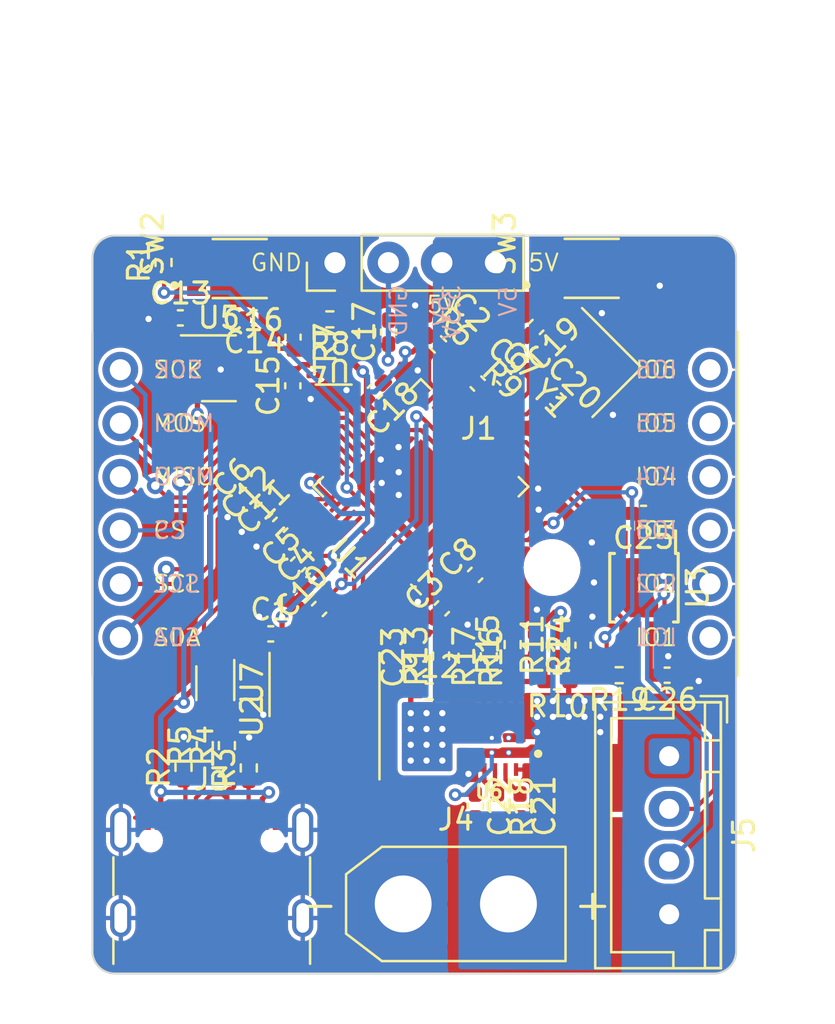
<source format=kicad_pcb>
(kicad_pcb (version 20221018) (generator pcbnew)
  (layers (0 "F.Cu" signal) (31 "B.Cu" signal) (34 "B.Paste" user) (35 "F.Paste" user) (36 "B.SilkS" user "B.Silkscreen") (37 "F.SilkS" user "F.Silkscreen") (38 "B.Mask" user) (39 "F.Mask" user) (44 "Edge.Cuts" user))
  (net 0 "")
  (net 1 "/LED_DATA")
  (net 2 "GND")
  (net 3 "+3V3")
  (net 4 "/I2C0_SCL")
  (net 5 "/I2C0_SDA")
  (net 6 "/MCU_GPIO1")
  (net 7 "/MCU_GPIO2")
  (net 8 "Net-(U1-XIN)")
  (net 9 "Net-(U1-XOUT)")
  (net 10 "+1V1")
  (net 13 "/RUN")
  (net 20 "/USB_DN")
  (net 21 "/USB_DP")
  (net 22 "/QSPI_SD3")
  (net 23 "/QSPI_SCLK")
  (net 24 "/QSPI_SD0")
  (net 25 "/QSPI_SD2")
  (net 26 "/QSPI_SD1")
  (net 27 "/QSPI_SS")
  (net 28 "VBUS")
  (net 30 "VBUS_REV")
  (net 31 "VMCU")
  (net 32 "Net-(C19-Pad2)")
  (net 33 "/RP2040_BOOT")
  (net 34 "Net-(J3-CC1)")
  (net 35 "Net-(J3-CC2)")
  (net 36 "/USB_D+")
  (net 37 "/USB_D-")
  (net 38 "Net-(U4-PR1)")
  (net 40 "Net-(U6-SS)")
  (net 41 "+5V_MCU")
  (net 42 "+5V_EXT")
  (net 43 "Net-(U6-CP2)")
  (net 44 "Net-(U6-PR1)")
  (net 45 "Net-(U6-OV2)")
  (net 46 "Net-(U6-OV1)")
  (net 47 "Net-(U6-ILM)")
  (net 50 "+5V")
  (net 51 "Net-(R4-Pad2)")
  (net 52 "Net-(R5-Pad2)")
  (net 53 "Net-(U3-OE)")
  (net 54 "/LED_CLK")
  (net 55 "/SPI1_SCK")
  (net 56 "/SPI1_RX")
  (net 57 "/SPI1_TX")
  (net 58 "/SPI1_~{CS}")
  (net 75 "unconnected-(U1-GPIO10-Pad13)")
  (net 76 "unconnected-(U1-GPIO11-Pad14)")
  (net 79 "/RP_GPIO14")
  (net 80 "/RP_GPIO15")
  (footprint "0_switch_button:SW_KMR731NGLFS" (layer "F.Cu") (at 119.2 43.12 90)
    (fp_text reference "SW2")
    (fp_text value "KMR731NG LFS")
  )
  (footprint "Capacitor_SMD:C_0402_1005Metric_Pad0.74x0.62mm_HandSolder" (layer "F.Cu") (at 126.27 46.1325 90)
    (fp_text reference "C17")
    (fp_text value "1uF")
  )
  (footprint "Capacitor_SMD:C_0402_1005Metric_Pad0.74x0.62mm_HandSolder" (layer "F.Cu") (at 133.277431 45.890362 -135)
    (fp_text reference "C19")
    (fp_text value "27pF")
  )
  (footprint "Package_DFN_QFN:QFN-56-1EP_7x7mm_P0.4mm_EP3.2x3.2mm" (layer "F.Cu") (at 127.8 53.468629 135)
    (fp_text reference "U1")
    (fp_text value "RP2040")
  )
  (footprint "Resistor_SMD:R_0402_1005Metric_Pad0.72x0.64mm_HandSolder" (layer "F.Cu") (at 128.1975 63.185)
    (fp_text reference "R12")
    (fp_text value "10.2k")
  )
  (footprint "Resistor_SMD:R_0402_1005Metric_Pad0.72x0.64mm_HandSolder" (layer "F.Cu") (at 125.245 46.1575 90)
    (fp_text reference "R7")
    (fp_text value "16.9k")
  )
  (footprint "Resistor_SMD:R_0402_1005Metric_Pad0.72x0.64mm_HandSolder" (layer "F.Cu") (at 123.48 45.53 180)
    (fp_text reference "R8")
    (fp_text value "5k")
  )
  (footprint "Resistor_SMD:R_0402_1005Metric_Pad0.72x0.64mm_HandSolder" (layer "F.Cu") (at 129.97 61.56 -90)
    (fp_text reference "R16")
    (fp_text value "23.7k")
  )
  (footprint "Crystal:Crystal_SMD_3225-4Pin_3.2x2.5mm" (layer "F.Cu") (at 135.703858 47.576777 135)
    (fp_text reference "Y1")
    (fp_text value "RH100-12.000-18-2020-EXT-TR")
  )
  (footprint "Resistor_SMD:R_0402_1005Metric_Pad0.72x0.64mm_HandSolder" (layer "F.Cu") (at 115.58 42.83 90)
    (fp_text reference "R1")
    (fp_text value "1k")
  )
  (footprint "Capacitor_SMD:C_0402_1005Metric_Pad0.74x0.62mm_HandSolder" (layer "F.Cu") (at 132.51 68.612501 -90)
    (fp_text reference "C21")
    (fp_text value "1uF")
  )
  (footprint "Capacitor_SMD:C_0402_1005Metric_Pad0.74x0.62mm_HandSolder" (layer "F.Cu") (at 122.97 59.27 45)
    (fp_text reference "C10")
    (fp_text value "100nF")
  )
  (footprint "Capacitor_SMD:C_0402_1005Metric_Pad0.74x0.62mm_HandSolder" (layer "F.Cu") (at 130.5 48.575 -45)
    (fp_text reference "C9")
    (fp_text value "100nF")
  )
  (footprint "Capacitor_SMD:C_0402_1005Metric_Pad0.74x0.62mm_HandSolder" (layer "F.Cu") (at 127.64 61.56 90)
    (fp_text reference "C23")
    (fp_text value "1uF")
  )
  (footprint "Capacitor_SMD:C_0402_1005Metric_Pad0.74x0.62mm_HandSolder" (layer "F.Cu") (at 130.38 57.65 45)
    (fp_text reference "C8")
    (fp_text value "100nF")
  )
  (footprint "Capacitor_SMD:C_0402_1005Metric_Pad0.74x0.62mm_HandSolder" (layer "F.Cu") (at 125.62 48.95 -135)
    (fp_text reference "C18")
    (fp_text value "100nF")
  )
  (footprint "Resistor_SMD:R_0402_1005Metric_Pad0.72x0.64mm_HandSolder" (layer "F.Cu") (at 118.59 65.75 90)
    (fp_text reference "R4")
    (fp_text value "27R")
  )
  (footprint "Connector_AMASS:AMASS_XT30U-M_1x02_P5.0mm_Vertical" (layer "F.Cu") (at 126.96 73.26)
    (fp_text reference "J4")
    (fp_text value "XT-30")
  )
  (footprint "Capacitor_SMD:C_0402_1005Metric_Pad0.74x0.62mm_HandSolder" (layer "F.Cu") (at 135.5025 60.987502 90)
    (fp_text reference "C24")
    (fp_text value "1uF")
  )
  (footprint "Resistor_SMD:R_0402_1005Metric_Pad0.72x0.64mm_HandSolder" (layer "F.Cu") (at 137.22 62.41 180)
    (fp_text reference "R19")
    (fp_text value "10k")
  )
  (footprint "Capacitor_SMD:C_0402_1005Metric_Pad0.74x0.62mm_HandSolder" (layer "F.Cu") (at 134.277431 49.376777 -45)
    (fp_text reference "C20")
    (fp_text value "27pF")
  )
  (footprint "Resistor_SMD:R_0402_1005Metric_Pad0.72x0.64mm_HandSolder" (layer "F.Cu") (at 134.27 60.9625 90)
    (fp_text reference "R11")
    (fp_text value "5k")
  )
  (footprint "Capacitor_SMD:C_0402_1005Metric_Pad0.74x0.62mm_HandSolder" (layer "F.Cu") (at 121.72 48.68 90)
    (fp_text reference "C15")
    (fp_text value "1uF")
  )
  (footprint "Capacitor_SMD:C_0402_1005Metric_Pad0.74x0.62mm_HandSolder" (layer "F.Cu") (at 139.495 62.41 180)
    (fp_text reference "C26")
    (fp_text value "0.1uF")
  )
  (footprint "Package_TO_SOT_SMD:SOT-666" (layer "F.Cu") (at 118.04 62.79 -90)
    (fp_text reference "U7")
    (fp_text value "USBLC6-2P6")
  )
  (footprint "Resistor_SMD:R_0402_1005Metric_Pad0.72x0.64mm_HandSolder" (layer "F.Cu") (at 128.61 46.72 -45)
    (fp_text reference "R6")
    (fp_text value "10k")
  )
  (footprint "Capacitor_SMD:C_0402_1005Metric_Pad0.74x0.62mm_HandSolder" (layer "F.Cu") (at 116.38 45.46)
    (fp_text reference "C13")
    (fp_text value "1uF")
  )
  (footprint "Package_TO_SOT_SMD:SOT-23-5" (layer "F.Cu") (at 118.21 47.85)
    (fp_text reference "U5")
    (fp_text value "MIC5504-3.3YM5")
  )
  (footprint "Capacitor_SMD:C_0402_1005Metric_Pad0.74x0.62mm_HandSolder" (layer "F.Cu") (at 121.975 57.15 45)
    (fp_text reference "C5")
    (fp_text value "100nF")
  )
  (footprint "Capacitor_SMD:C_0402_1005Metric_Pad0.74x0.62mm_HandSolder" (layer "F.Cu") (at 128.795 59.24 45)
    (fp_text reference "C3")
    (fp_text value "100nF")
  )
  (footprint "Capacitor_SMD:C_0402_1005Metric_Pad0.74x0.62mm_HandSolder" (layer "F.Cu") (at 121.73 46.3725 90)
    (fp_text reference "C16")
    (fp_text value "1uF")
  )
  (footprint "0_mux:TPS2116DRLR" (layer "F.Cu") (at 123.46 47.425 180)
    (fp_text reference "U4")
    (fp_text value "TPS2116DRLR")
  )
  (footprint "Resistor_SMD:R_0402_1005Metric_Pad0.72x0.64mm_HandSolder" (layer "F.Cu") (at 119.63 66.81 90)
    (fp_text reference "R3")
    (fp_text value "5.1k")
  )
  (footprint "Capacitor_SMD:C_0402_1005Metric_Pad0.74x0.62mm_HandSolder" (layer "F.Cu") (at 122.7 57.925 45)
    (fp_text reference "C4")
    (fp_text value "100nF")
  )
  (footprint "Capacitor_SMD:C_0402_1005Metric_Pad0.74x0.62mm_HandSolder" (layer "F.Cu") (at 138.3775 54.735 180)
    (fp_text reference "C25")
    (fp_text value "0.1uF")
  )
  (footprint "Resistor_SMD:R_0402_1005Metric_Pad0.72x0.64mm_HandSolder" (layer "F.Cu") (at 133.2 60.9725 -90)
    (fp_text reference "R14")
    (fp_text value "23.7k")
  )
  (footprint "Capacitor_SMD:C_0402_1005Metric_Pad0.74x0.62mm_HandSolder" (layer "F.Cu") (at 131.75 48.3 -45)
    (fp_text reference "C7")
    (fp_text value "100nF")
  )
  (footprint "Resistor_SMD:R_0402_1005Metric_Pad0.72x0.64mm_HandSolder" (layer "F.Cu") (at 116.53 66.78 90)
    (fp_text reference "R2")
    (fp_text value "5.1k")
  )
  (footprint "Package_SON:WSON-8-1EP_6x5mm_P1.27mm_EP3.4x4.3mm" (layer "F.Cu") (at 123.225 64.35 90)
    (fp_text reference "U2")
    (fp_text value "W25Q128JVS")
  )
  (footprint "Resistor_SMD:R_0402_1005Metric_Pad0.72x0.64mm_HandSolder" (layer "F.Cu") (at 132.503858 47.576777 135)
    (fp_text reference "R9")
    (fp_text value "1k")
  )
  (footprint "Capacitor_SMD:C_0402_1005Metric_Pad0.74x0.62mm_HandSolder" (layer "F.Cu") (at 121.125 55.275 45)
    (fp_text reference "C11")
    (fp_text value "2.2uF")
  )
  (footprint "Connector_JST:JST_XH_B4B-XH-A_1x04_P2.50mm_Vertical" (layer "F.Cu") (at 139.59 66.25 -90)
    (fp_text reference "J5")
    (fp_text value "Conn_01x04")
  )
  (footprint "Resistor_SMD:R_0402_1005Metric_Pad0.72x0.64mm_HandSolder" (layer "F.Cu") (at 128.76 61.5 90)
    (fp_text reference "R13")
    (fp_text value "5k")
  )
  (footprint "Capacitor_SMD:C_0402_1005Metric_Pad0.74x0.62mm_HandSolder" (layer "F.Cu") (at 130.385 68.614999 -90)
    (fp_text reference "C22")
    (fp_text value "1uF")
  )
  (footprint "0_connectors:Hat_connector_hole" (layer "F.Cu") (at 127.53 51.73)
    (fp_text reference "J1")
    (fp_text value "Hat_connector_hole")
  )
  (footprint "Resistor_SMD:R_0402_1005Metric_Pad0.72x0.64mm_HandSolder" (layer "F.Cu") (at 132.16 60.957501 90)
    (fp_text reference "R15")
    (fp_text value "5k")
  )
  (footprint "Capacitor_SMD:C_0402_1005Metric_Pad0.74x0.62mm_HandSolder" (layer "F.Cu") (at 120.4 54.575 45)
    (fp_text reference "C12")
    (fp_text value "2.2uF")
  )
  (footprint "Capacitor_SMD:C_0402_1005Metric_Pad0.74x0.62mm_HandSolder" (layer "F.Cu") (at 119.89 45.46 180)
    (fp_text reference "C14")
    (fp_text value "1uF")
  )
  (footprint "Capacitor_SMD:C_0402_1005Metric_Pad0.74x0.62mm_HandSolder" (layer "F.Cu") (at 119.658717 53.861283 45)
    (fp_text reference "C6")
    (fp_text value "100nF")
  )
  (footprint "Capacitor_SMD:C_0402_1005Metric_Pad0.74x0.62mm_HandSolder" (layer "F.Cu") (at 120.675 60.45)
    (fp_text reference "C1")
    (fp_text value "0.1uF")
  )
  (footprint "0_switch_button:SW_KMR731NGLFS" (layer "F.Cu") (at 135.9125 43.11 90)
    (fp_text reference "SW3")
    (fp_text value "KMR731NG LFS")
  )
  (footprint "Capacitor_SMD:C_0402_1005Metric_Pad0.74x0.62mm_HandSolder" (layer "F.Cu") (at 129.35 46 -45)
    (fp_text reference "C2")
    (fp_text value "0.1uF")
  )
  (footprint "Resistor_SMD:R_0402_1005Metric_Pad0.72x0.64mm_HandSolder" (layer "F.Cu") (at 131.0275 61.534998 90)
    (fp_text reference "R17")
    (fp_text value "5k")
  )
  (footprint "Resistor_SMD:R_0402_1005Metric_Pad0.72x0.64mm_HandSolder" (layer "F.Cu") (at 131.435 68.639999 -90)
    (fp_text reference "R18")
    (fp_text value "29k")
  )
  (footprint "Resistor_SMD:R_0402_1005Metric_Pad0.72x0.64mm_HandSolder" (layer "F.Cu") (at 117.54 65.75 90)
    (fp_text reference "R5")
    (fp_text value "27R")
  )
  (footprint "Connector_USB:USB_C_Receptacle_GCT_USB4105-xx-A_16P_TopMnt_Horizontal" (layer "F.Cu") (at 117.87 72.85)
    (fp_text reference "J3")
    (fp_text value "USB_C_Receptacle_USB2.0")
  )
  (footprint "Package_SO:TSSOP-8_3x3mm_P0.65mm" (layer "F.Cu") (at 138.395 58.26 -90)
    (fp_text reference "U3")
    (fp_text value "TXB0102DCT")
  )
  (footprint "0_various:IC_TPS2121RUXR" (layer "F.Cu") (at 131.57 65.734999 180)
    (fp_text reference "U6")
    (fp_text value "TPS2121RUXR")
  )
  (footprint "Resistor_SMD:R_0402_1005Metric_Pad0.72x0.64mm_HandSolder" (layer "F.Cu") (at 134.285 62.7075 180)
    (fp_text reference "R10")
    (fp_text value "10.2k")
  )
  (gr_line (start 112.21 75.494366) (end 112.21 42.624366) (stroke (width 0.1)) (layer "Edge.Cuts"))
  (gr_arc (start 112.21 42.624366) (mid 112.521747 41.871748) (end 113.274366 41.56) (stroke (width 0.1)) (layer "Edge.Cuts"))
  (gr_line (start 113.274366 41.56) (end 141.71 41.56) (stroke (width 0.1)) (layer "Edge.Cuts"))
  (gr_arc (start 113.27 76.56) (mid 112.51738 76.248254) (end 112.205634 75.495634) (stroke (width 0.1)) (layer "Edge.Cuts"))
  (gr_arc (start 141.71 41.56) (mid 142.459532 41.870453) (end 142.77 42.619978) (stroke (width 0.1)) (layer "Edge.Cuts"))
  (gr_line (start 142.77 42.62) (end 142.77 75.5) (stroke (width 0.1)) (layer "Edge.Cuts"))
  (gr_arc (start 142.769978 75.5) (mid 142.459525 76.249531) (end 141.71 76.56) (stroke (width 0.1)) (layer "Edge.Cuts"))
  (gr_line (start 141.71 76.56) (end 113.27 76.56) (stroke (width 0.1)) (layer "Edge.Cuts"))
  (segment (start 139.37 56.11) (end 139.37 56.26) (width 0.2) (layer "F.Cu") (net 1))
  (segment (start 139.945 60.76) (end 141.73 62.545) (width 0.2) (layer "F.Cu") (net 1))
  (segment (start 141.73 67.83) (end 140.81 68.75) (width 0.2) (layer "F.Cu") (net 1))
  (segment (start 140.81 68.75) (end 139.59 68.75) (width 0.2) (layer "F.Cu") (net 1))
  (segment (start 141.73 62.545) (end 141.73 67.83) (width 0.2) (layer "F.Cu") (net 1))
  (segment (start 139.945 56.835) (end 139.945 60.76) (width 0.2) (layer "F.Cu") (net 1))
  (segment (start 139.37 56.26) (end 139.945 56.835) (width 0.2) (layer "F.Cu") (net 1))
  (segment (start 125.13 66.255) (end 123.225 64.35) (width 0.25) (layer "F.Cu") (net 2))
  (segment (start 131.582503 60.937498) (end 132.16 60.360001) (width 0.25) (layer "F.Cu") (net 2))
  (segment (start 125.13 67.05) (end 125.13 66.255) (width 0.25) (layer "F.Cu") (net 2))
  (segment (start 131.0275 60.937498) (end 131.582503 60.937498) (width 0.25) (layer "F.Cu") (net 2))
  (segment (start 125.075 67.14) (end 125.01 67.075) (width 0.2) (layer "F.Cu") (net 2))
  (via (at 135.92 56.11) (size 0.6) (drill 0.3) (layers "F.Cu" "B.Cu") (net 2))
  (via (at 124.27 48.885) (size 0.6) (drill 0.3) (layers "F.Cu" "B.Cu") (net 2))
  (via (at 133.395 54.56) (size 0.6) (drill 0.3) (layers "F.Cu" "B.Cu") (net 2))
  (via (at 127.66 58.93) (size 0.6) (drill 0.3) (layers "F.Cu" "B.Cu") (net 2))
  (via (at 127.65 47.95) (size 0.6) (drill 0.3) (layers "F.Cu" "B.Cu") (net 2))
  (via (at 116.545 65.335) (size 0.6) (drill 0.3) (layers "F.Cu" "B.Cu") (net 2))
  (via (at 118.62 54.91) (size 0.6) (drill 0.3) (layers "F.Cu" "B.Cu") (net 2))
  (via (at 139.145 43.935) (size 0.6) (drill 0.3) (layers "F.Cu" "B.Cu") (net 2))
  (via (at 120.32 64.285) (size 0.6) (drill 0.3) (layers "F.Cu" "B.Cu") (net 2))
  (via (at 126.75 52.78) (size 0.6) (drill 0.3) (layers "F.Cu" "B.Cu") (net 2))
  (via (at 135.945 59.635) (size 0.6) (drill 0.3) (layers "F.Cu" "B.Cu") (net 2))
  (via (at 136.92 50.06) (size 0.6) (drill 0.3) (layers "F.Cu" "B.Cu") (net 2))
  (via (at 119.295 55.61) (size 0.6) (drill 0.3) (layers "F.Cu" "B.Cu") (net 2))
  (via (at 126.75 53.86) (size 0.6) (drill 0.3) (layers "F.Cu" "B.Cu") (net 2))
  (via (at 125.8945 52.18) (size 0.6) (drill 0.3) (layers "F.Cu" "B.Cu") (net 2))
  (via (at 136.02 58.01) (size 0.6) (drill 0.3) (layers "F.Cu" "B.Cu") (net 2))
  (via (at 140.995 62.685) (size 0.6) (drill 0.3) (layers "F.Cu" "B.Cu") (net 2))
  (via (at 133.31 59.3) (size 0.6) (drill 0.3) (layers "F.Cu" "B.Cu") (net 2))
  (via (at 119.995 56.31) (size 0.6) (drill 0.3) (layers "F.Cu" "B.Cu") (net 2))
  (via (at 126.74 51.59) (size 0.6) (drill 0.3) (layers "F.Cu" "B.Cu") (net 2))
  (via (at 130.06 67.089999) (size 0.6) (drill 0.3) (layers "F.Cu" "B.Cu") (net 2))
  (via (at 122.57 49.31) (size 0.6) (drill 0.3) (layers "F.Cu" "B.Cu") (net 2))
  (via (at 127.53 44.87) (size 0.6) (drill 0.3) (layers "F.Cu" "B.Cu") (net 2))
  (via (at 133.37 53.56) (size 0.6) (drill 0.3) (layers "F.Cu" "B.Cu") (net 2))
  (via (at 114.87 45.51) (size 0.6) (drill 0.3) (layers "F.Cu" "B.Cu") (net 2))
  (via (at 120.12 59.635) (size 0.6) (drill 0.3) (layers "F.Cu" "B.Cu") (net 2))
  (via (at 118.295 47.91) (size 0.6) (drill 0.3) (layers "F.Cu" "B.Cu") (net 2))
  (via (at 119.645 65.36) (size 0.6) (drill 0.3) (layers "F.Cu" "B.Cu") (net 2))
  (via (at 125.94 53.29) (size 0.6) (drill 0.3) (layers "F.Cu" "B.Cu") (net 2))
  (via (at 136.395 45.235) (size 0.6) (drill 0.3) (layers "F.Cu" "B.Cu") (net 2))
  (via (at 139.32 57.709502) (size 0.6) (drill 0.3) (layers "F.Cu" "B.Cu") (net 2))
  (via (at 139.545 61.51) (size 0.6) (drill 0.3) (layers "F.Cu" "B.Cu") (net 2))
  (segment (start 126.076427 50.330843) (end 126.525584 50.78) (width 0.2) (layer "F.Cu") (net 3))
  (segment (start 122.56 53.3) (end 122.983573 52.876427) (width 0.25) (layer "F.Cu") (net 3))
  (segment (start 123.495489 52.876427) (end 123.513166 52.894104) (width 0.25) (layer "F.Cu") (net 3))
  (segment (start 122.770012 53.3) (end 123.530843 54.060831) (width 0.25) (layer "F.Cu") (net 3))
  (segment (start 130.781283 57.248717) (end 131.314303 56.715697) (width 0.2) (layer "F.Cu") (net 3))
  (segment (start 127.407617 47.077391) (end 128.187504 46.297504) (width 0.25) (layer "F.Cu") (net 3))
  (segment (start 123.61 47.675) (end 124.615685 47.675) (width 0.25) (layer "F.Cu") (net 3))
  (segment (start 129.265786 51.72) (end 129.58 51.405786) (width 0.2) (layer "F.Cu") (net 3))
  (segment (start 123.61 47.675) (end 124.2 47.675) (width 0.25) (layer "F.Cu") (net 3))
  (segment (start 125.218717 49.351283) (end 125.218717 49.473133) (width 0.2) (layer "F.Cu") (net 3))
  (segment (start 129.188717 58.534301) (end 128.392202 57.737786) (width 0.2) (layer "F.Cu") (net 3))
  (segment (start 131.314303 56) (end 131.314303 55.568719) (width 0.2) (layer "F.Cu") (net 3))
  (segment (start 130.271321 54.815685) (end 130.561269 54.815685) (width 0.2) (layer "F.Cu") (net 3))
  (segment (start 128.015686 57.361268) (end 128.015686 57.07132) (width 0.2) (layer "F.Cu") (net 3))
  (segment (start 131.314303 55.568719) (end 130.937786 55.192202) (width 0.2) (layer "F.Cu") (net 3))
  (segment (start 132.88 56) (end 131.314303 56) (width 0.2) (layer "F.Cu") (net 3))
  (segment (start 125.218717 49.473133) (end 126.076427 50.330843) (width 0.2) (layer "F.Cu") (net 3))
  (segment (start 129.58 51.430252) (end 129.58 51.405786) (width 0.2) (layer "F.Cu") (net 3))
  (segment (start 136.6225 60.6875) (end 136.6225 62.41) (width 0.2) (layer "F.Cu") (net 3))
  (segment (start 122.72 47.675) (end 123.43 47.675) (width 0.25) (layer "F.Cu") (net 3))
  (segment (start 127.798377 50.78) (end 128.738377 51.72) (width 0.2) (layer "F.Cu") (net 3))
  (segment (start 131.314303 56.715697) (end 131.314303 56) (width 0.2) (layer "F.Cu") (net 3))
  (segment (start 120.087566 53.46) (end 120.801283 54.173717) (width 0.2) (layer "F.Cu") (net 3))
  (segment (start 120.914169 54.060831) (end 120.801283 54.173717) (width 0.2) (layer "F.Cu") (net 3))
  (segment (start 126.525584 50.78) (end 127.798377 50.78) (width 0.2) (layer "F.Cu") (net 3))
  (segment (start 123.671385 56.748717) (end 124.945057 55.475045) (width 0.2) (layer "F.Cu") (net 3))
  (segment (start 122.1575 47.675) (end 122.72 47.675) (width 0.25) (layer "F.Cu") (net 3))
  (segment (start 122.983573 52.876427) (end 123.495489 52.876427) (width 0.25) (layer "F.Cu") (net 3))
  (segment (start 137.82 54.7725) (end 137.82 53.735) (width 0.2) (layer "F.Cu") (net 3))
  (segment (start 122.56 53.3) (end 122.770012 53.3) (width 0.25) (layer "F.Cu") (net 3))
  (segment (start 128.015686 57.07132) (end 130.271321 54.815685) (width 0.2) (layer "F.Cu") (net 3))
  (segment (start 129.58 51.405786) (end 130.089258 50.896528) (width 0.2) (layer "F.Cu") (net 3))
  (segment (start 132.151283 48.701283) (end 132.151283 48.834503) (width 0.2) (layer "F.Cu") (net 3))
  (segment (start 121.2425 61.5725) (end 121.32 61.65) (width 0.25) (layer "F.Cu") (net 3))
  (segment (start 136.545 60.61) (end 136.6225 60.6875) (width 0.2) (layer "F.Cu") (net 3))
  (segment (start 123.813686 54.343674) (end 123.530843 54.060831) (width 0.2) (layer "F.Cu") (net 3))
  (segment (start 120.06 53.46) (end 120.087566 53.46) (width 0.2) (layer "F.Cu") (net 3))
  (segment (start 138.07 56.11) (end 138.07 55.0475) (width 0.2) (layer "F.Cu") (net 3))
  (segment (start 121.21 59.65) (end 121.21 60.4175) (width 0.25) (layer "F.Cu") (net 3))
  (segment (start 124.710612 47.675) (end 123.43 47.675) (width 0.25) (layer "F.Cu") (net 3))
  (segment (start 121.72 48.1125) (end 122.1575 47.675) (width 0.25) (layer "F.Cu") (net 3))
  (segment (start 122.376283 56.748717) (end 123.671385 56.748717) (width 0.2) (layer "F.Cu") (net 3))
  (segment (start 123.530843 54.060831) (end 120.914169 54.060831) (width 0.2) (layer "F.Cu") (net 3))
  (segment (start 121.21 60.4175) (end 121.2425 60.45) (width 0.25) (layer "F.Cu") (net 3))
  (segment (start 138.07 55.0475) (end 137.8075 54.785) (width 0.2) (layer "F.Cu") (net 3))
  (segment (start 125.041788 48.006176) (end 124.710612 47.675) (width 0.25) (layer "F.Cu") (net 3))
  (segment (start 123.43 47.675) (end 123.61 47.675) (width 0.25) (layer "F.Cu") (net 3))
  (segment (start 134.095 55.185) (end 133.695 55.185) (width 0.2) (layer "F.Cu") (net 3))
  (segment (start 137.8075 54.785) (end 137.82 54.7725) (width 0.2) (layer "F.Cu") (net 3))
  (segment (start 123.101283 57.473717) (end 123.101283 57.523717) (width 0.2) (layer "F.Cu") (net 3))
  (segment (start 133.695 55.185) (end 132.88 56) (width 0.2) (layer "F.Cu") (net 3))
  (segment (start 124.615685 47.675) (end 125.218717 48.278032) (width 0.25) (layer "F.Cu") (net 3))
  (segment (start 129.188717 58.838717) (end 129.188717 58.534301) (width 0.2) (layer "F.Cu") (net 3))
  (segment (start 130.561269 52.411521) (end 129.58 51.430252) (width 0.2) (layer "F.Cu") (net 3))
  (segment (start 132.151283 48.834503) (end 130.089258 50.896528) (width 0.2) (layer "F.Cu") (net 3))
  (segment (start 122.376283 56.748717) (end 123.101283 57.473717) (width 0.2) (layer "F.Cu") (net 3))
  (segment (start 124.945057 55.475045) (end 125.227899 55.757887) (width 0.2) (layer "F.Cu") (net 3))
  (segment (start 128.392202 57.737786) (end 128.015686 57.361268) (width 0.2) (layer "F.Cu") (net 3))
  (segment (start 128.738377 51.72) (end 129.265786 51.72) (width 0.2) (layer "F.Cu") (net 3))
  (segment (start 120.751283 54.173717) (end 120.801283 54.173717) (width 0.2) (layer "F.Cu") (net 3))
  (segment (start 121.2425 60.45) (end 121.2425 61.5725) (width 0.25) (layer "F.Cu") (net 3))
  (segment (start 125.218717 48.278032) (end 125.218717 49.351283) (width 0.25) (layer "F.Cu") (net 3))
  (segment (start 127.05839 47.077391) (end 127.407617 47.077391) (width 0.25) (layer "F.Cu") (net 3))
  (segment (start 130.561269 54.815685) (end 130.937786 55.192202) (width 0.2) (layer "F.Cu") (net 3))
  (segment (start 130.561269 54.815685) (end 130.561269 52.411521) (width 0.2) (layer "F.Cu") (net 3))
  (via (at 121.21 59.65) (size 0.6) (drill 0.3) (layers "F.Cu" "B.Cu") (net 3))
  (via (at 127.05839 47.077391) (size 0.6) (drill 0.3) (layers "F.Cu" "B.Cu") (net 3))
  (via (at 125.041788 48.006176) (size 0.6) (drill 0.3) (layers "F.Cu" "B.Cu") (net 3))
  (via (at 122.56 53.3) (size 0.6) (drill 0.3) (layers "F.Cu" "B.Cu") (net 3))
  (via (at 137.82 53.735) (size 0.6) (drill 0.3) (layers "F.Cu" "B.Cu") (net 3))
  (via (at 134.095 55.185) (size 0.6) (drill 0.3) (layers "F.Cu" "B.Cu") (net 3))
  (via (at 123.671385 56.748717) (size 0.6) (drill 0.3) (layers "F.Cu" "B.Cu") (net 3))
  (via (at 136.545 60.61) (size 0.6) (drill 0.3) (layers "F.Cu" "B.Cu") (net 3))
  (segment (start 127.05839 47.077391) (end 127.05839 47.535494) (width 0.25) (layer "B.Cu") (net 3))
  (segment (start 125.27 55.150102) (end 123.671385 56.748717) (width 0.25) (layer "B.Cu") (net 3))
  (segment (start 136.545 60.61) (end 137.84 59.315) (width 0.2) (layer "B.Cu") (net 3))
  (segment (start 137.82 53.735) (end 135.545 53.735) (width 0.2) (layer "B.Cu") (net 3))
  (segment (start 137.84 53.755) (end 137.82 53.735) (width 0.2) (layer "B.Cu") (net 3))
  (segment (start 127.05839 47.535494) (end 125.622795 48.971089) (width 0.25) (layer "B.Cu") (net 3))
  (segment (start 125.27 48.234388) (end 125.041788 48.006176) (width 0.25) (layer "B.Cu") (net 3))
  (segment (start 123.671385 57.188615) (end 121.21 59.65) (width 0.25) (layer "B.Cu") (net 3))
  (segment (start 135.545 53.735) (end 134.095 55.185) (width 0.2) (layer "B.Cu") (net 3))
  (segment (start 125.622795 48.971089) (end 125.27 48.971089) (width 0.25) (layer "B.Cu") (net 3))
  (segment (start 121.21 59.65) (end 121.35 59.79) (width 0.25) (layer "B.Cu") (net 3))
  (segment (start 125.27 54.74) (end 125.27 55.150102) (width 0.25) (layer "B.Cu") (net 3))
  (segment (start 125.27 54.74) (end 124 54.74) (width 0.25) (layer "B.Cu") (net 3))
  (segment (start 125.27 48.971089) (end 125.27 48.234388) (width 0.25) (layer "B.Cu") (net 3))
  (segment (start 124 54.74) (end 122.56 53.3) (width 0.25) (layer "B.Cu") (net 3))
  (segment (start 125.27 48.971089) (end 125.27 54.74) (width 0.25) (layer "B.Cu") (net 3))
  (segment (start 137.84 59.315) (end 137.84 53.755) (width 0.2) (layer "B.Cu") (net 3))
  (segment (start 123.671385 56.748717) (end 123.671385 57.188615) (width 0.25) (layer "B.Cu") (net 3))
  (segment (start 116.86 58.08) (end 113.53 58.08) (width 0.2) (layer "F.Cu") (net 4))
  (segment (start 123.43717 52.217068) (end 120.392932 52.217068) (width 0.2) (layer "F.Cu") (net 4))
  (segment (start 123.813686 52.593584) (end 123.43717 52.217068) (width 0.2) (layer "F.Cu") (net 4))
  (segment (start 117.75 54.86) (end 117.75 57.19) (width 0.2) (layer "F.Cu") (net 4))
  (segment (start 120.392932 52.217068) (end 117.75 54.86) (width 0.2) (layer "F.Cu") (net 4))
  (segment (start 117.75 57.19) (end 116.86 58.08) (width 0.2) (layer "F.Cu") (net 4))
  (segment (start 123.585786 51.8) (end 120.244314 51.8) (width 0.2) (layer "F.Cu") (net 5))
  (segment (start 117.35 56.99) (end 116.9595 57.3805) (width 0.2) (layer "F.Cu") (net 5))
  (segment (start 124.096528 52.310742) (end 123.585786 51.8) (width 0.2) (layer "F.Cu") (net 5))
  (segment (start 116.9595 57.3805) (end 115.71 57.3805) (width 0.2) (layer "F.Cu") (net 5))
  (segment (start 120.244314 51.8) (end 117.35 54.694315) (width 0.2) (layer "F.Cu") (net 5))
  (segment (start 117.35 54.694315) (end 117.35 56.99) (width 0.2) (layer "F.Cu") (net 5))
  (via (at 115.71 57.3805) (size 0.8) (drill 0.4) (layers "F.Cu" "B.Cu") (net 5))
  (segment (start 115.71 58.44) (end 113.53 60.62) (width 0.2) (layer "B.Cu") (net 5))
  (segment (start 115.71 57.3805) (end 115.71 58.44) (width 0.2) (layer "B.Cu") (net 5))
  (segment (start 133.876148 48.975494) (end 134.21943 48.975494) (width 0.2) (layer "F.Cu") (net 8))
  (segment (start 132.082158 50.035) (end 132.71 50.035) (width 0.2) (layer "F.Cu") (net 8))
  (segment (start 132.816642 50.035) (end 133.876148 48.975494) (width 0.2) (layer "F.Cu") (net 8))
  (segment (start 130.654944 51.462214) (end 132.082158 50.035) (width 0.2) (layer "F.Cu") (net 8))
  (segment (start 137.065558 47.736396) (end 137.082716 47.753554) (width 0.2) (layer "F.Cu") (net 8))
  (segment (start 134.21943 48.975494) (end 135.458528 47.736396) (width 0.2) (layer "F.Cu") (net 8))
  (segment (start 132.71 50.035) (end 132.816642 50.035) (width 0.2) (layer "F.Cu") (net 8))
  (segment (start 135.458528 47.736396) (end 137.065558 47.736396) (width 0.2) (layer "F.Cu") (net 8))
  (segment (start 132.315 49.585) (end 131.966472 49.585) (width 0.2) (layer "F.Cu") (net 9))
  (segment (start 131.966472 49.585) (end 130.372101 51.179371) (width 0.2) (layer "F.Cu") (net 9))
  (segment (start 132.926354 48.973646) (end 132.315 49.585) (width 0.2) (layer "F.Cu") (net 9))
  (segment (start 132.926354 47.999273) (end 132.926354 48.973646) (width 0.2) (layer "F.Cu") (net 9))
  (segment (start 129.806415 50.613685) (end 130.17005 50.25005) (width 0.2) (layer "F.Cu") (net 10))
  (segment (start 124.034382 58.081264) (end 124.034382 58.205618) (width 0.2) (layer "F.Cu") (net 10))
  (segment (start 124.225 57.890646) (end 124.225 57.326472) (width 0.2) (layer "F.Cu") (net 10))
  (segment (start 123.371283 58.744363) (end 124.225 57.890646) (width 0.2) (layer "F.Cu") (net 10))
  (segment (start 127.591889 50.1405) (end 127.8105 50.1405) (width 0.2) (layer "F.Cu") (net 10))
  (segment (start 130.17005 50.25005) (end 130.901283 49.518817) (width 0.2) (layer "F.Cu") (net 10))
  (segment (start 121.655599 55.003033) (end 121.526283 54.873717) (width 0.2) (layer "F.Cu") (net 10))
  (segment (start 130.901283 49.518817) (end 130.901283 48.976283) (width 0.2) (layer "F.Cu") (net 10))
  (segment (start 124.096528 54.626516) (end 123.720011 55.003033) (width 0.2) (layer "F.Cu") (net 10))
  (segment (start 127.8105 50.1405) (end 128.88 51.21) (width 0.2) (layer "F.Cu") (net 10))
  (segment (start 128.88 51.21) (end 129.2101 51.21) (width 0.2) (layer "F.Cu") (net 10))
  (segment (start 129.2101 51.21) (end 130.17005 50.25005) (width 0.2) (layer "F.Cu") (net 10))
  (segment (start 123.371283 58.868717) (end 123.371283 58.744363) (width 0.2) (layer "F.Cu") (net 10))
  (segment (start 124.225 57.326472) (end 125.510742 56.04073) (width 0.2) (layer "F.Cu") (net 10))
  (segment (start 123.720011 55.003033) (end 121.655599 55.003033) (width 0.2) (layer "F.Cu") (net 10))
  (via (at 124.034382 58.081264) (size 0.6) (drill 0.3) (layers "F.Cu" "B.Cu") (net 10))
  (via (at 127.591889 50.1405) (size 0.6) (drill 0.3) (layers "F.Cu" "B.Cu") (net 10))
  (segment (start 124.545914 58.081264) (end 127.591889 55.035289) (width 0.2) (layer "B.Cu") (net 10))
  (segment (start 127.591889 55.035289) (end 127.591889 50.1405) (width 0.2) (layer "B.Cu") (net 10))
  (segment (start 124.034382 58.081264) (end 124.545914 58.081264) (width 0.2) (layer "B.Cu") (net 10))
  (segment (start 128.59 48.354288) (end 128.59 47.562566) (width 0.2) (layer "F.Cu") (net 13))
  (segment (start 129.334404 49.38864) (end 129.334404 49.098692) (width 0.2) (layer "F.Cu") (net 13))
  (segment (start 129.788717 46.401283) (end 132.265 43.925) (width 0.2) (layer "F.Cu") (net 13))
  (segment (start 129.334404 49.098692) (end 128.59 48.354288) (width 0.2) (layer "F.Cu") (net 13))
  (segment (start 133.8625 43.91) (end 133.8625 42.31) (width 0.25) (layer "F.Cu") (net 13))
  (segment (start 128.59 47.562566) (end 129.751283 46.401283) (width 0.2) (layer "F.Cu") (net 13))
  (segment (start 129.751283 46.401283) (end 129.788717 46.401283) (width 0.2) (layer "F.Cu") (net 13))
  (segment (start 128.957887 49.765157) (end 129.334404 49.38864) (width 0.2) (layer "F.Cu") (net 13))
  (segment (start 132.265 43.925) (end 133.95 43.925) (width 0.2) (layer "F.Cu") (net 13))
  (segment (start 123.78873 55.5) (end 121.85 55.5) (width 0.2) (layer "F.Cu") (net 20))
  (segment (start 117.5025 59.8475) (end 117.5025 61.94) (width 0.2) (layer "F.Cu") (net 20))
  (segment (start 121.85 55.5) (end 117.5025 59.8475) (width 0.2) (layer "F.Cu") (net 20))
  (segment (start 124.379371 54.909359) (end 123.78873 55.5) (width 0.2) (layer "F.Cu") (net 20))
  (segment (start 118.5775 59.3975) (end 118.5775 60.05) (width 0.2) (layer "F.Cu") (net 21))
  (segment (start 122.075 55.9) (end 118.5775 59.3975) (width 0.2) (layer "F.Cu") (net 21))
  (segment (start 118.5775 60.85) (end 118.5775 61.94) (width 0.2) (layer "F.Cu") (net 21))
  (segment (start 118.872039 60.65) (end 118.7775 60.65) (width 0.2) (layer "F.Cu") (net 21))
  (segment (start 124.662214 55.192202) (end 123.954416 55.9) (width 0.2) (layer "F.Cu") (net 21))
  (segment (start 118.7775 60.25) (end 118.872039 60.25) (width 0.2) (layer "F.Cu") (net 21))
  (segment (start 123.954416 55.9) (end 122.075 55.9) (width 0.2) (layer "F.Cu") (net 21))
  (arc (start 119.072039 60.45) (mid 119.01346 60.591421) (end 118.872039 60.65) (width 0.2) (layer "F.Cu") (net 21))
  (arc (start 118.7775 60.65) (mid 118.636079 60.708579) (end 118.5775 60.85) (width 0.2) (layer "F.Cu") (net 21))
  (arc (start 118.872039 60.25) (mid 119.01346 60.308579) (end 119.072039 60.45) (width 0.2) (layer "F.Cu") (net 21))
  (arc (start 118.5775 60.05) (mid 118.636079 60.191421) (end 118.7775 60.25) (width 0.2) (layer "F.Cu") (net 21))
  (segment (start 122.59 60.885) (end 122.59 61.65) (width 0.2) (layer "F.Cu") (net 22))
  (segment (start 124.641145 58.371526) (end 124.625 58.387671) (width 0.2) (layer "F.Cu") (net 22))
  (segment (start 125.793585 56.323573) (end 124.625 57.492158) (width 0.2) (layer "F.Cu") (net 22))
  (segment (start 124.625 57.978445) (end 124.641145 57.99459) (width 0.2) (layer "F.Cu") (net 22))
  (segment (start 124.625 57.492158) (end 124.625 57.978445) (width 0.2) (layer "F.Cu") (net 22))
  (segment (start 124.625 58.387671) (end 124.625 58.85) (width 0.2) (layer "F.Cu") (net 22))
  (segment (start 124.641145 57.99459) (end 124.641145 58.371526) (width 0.2) (layer "F.Cu") (net 22))
  (segment (start 124.625 58.85) (end 122.59 60.885) (width 0.2) (layer "F.Cu") (net 22))
  (segment (start 126.076427 56.606415) (end 125.05 57.632842) (width 0.2) (layer "F.Cu") (net 23))
  (segment (start 125.05 59.175) (end 123.86 60.365) (width 0.2) (layer "F.Cu") (net 23))
  (segment (start 125.05 57.632842) (end 125.05 59.175) (width 0.2) (layer "F.Cu") (net 23))
  (segment (start 123.86 60.365) (end 123.86 61.65) (width 0.2) (layer "F.Cu") (net 23))
  (segment (start 125.05 61.635) (end 125.01 61.675) (width 0.2) (layer "F.Cu") (net 24))
  (segment (start 126.35927 56.889258) (end 125.45 57.798528) (width 0.2) (layer "F.Cu") (net 24))
  (segment (start 125.13 59.77) (end 125.13 61.65) (width 0.2) (layer "F.Cu") (net 24))
  (segment (start 125.45 57.798528) (end 125.45 59.45) (width 0.2) (layer "F.Cu") (net 24))
  (segment (start 125.45 59.45) (end 125.13 59.77) (width 0.2) (layer "F.Cu") (net 24))
  (segment (start 125.85 59.615685) (end 125.76 59.705685) (width 0.2) (layer "F.Cu") (net 25))
  (segment (start 125.475 68.05) (end 124.3 68.05) (width 0.2) (layer "F.Cu") (net 25))
  (segment (start 123.75 67.085) (end 123.74 67.075) (width 0.2) (layer "F.Cu") (net 25))
  (segment (start 126.642113 57.172101) (end 125.85 57.964214) (width 0.2) (layer "F.Cu") (net 25))
  (segment (start 124.3 68.05) (end 123.86 67.61) (width 0.2) (layer "F.Cu") (net 25))
  (segment (start 125.76 59.705685) (end 125.76 67.765) (width 0.2) (layer "F.Cu") (net 25))
  (segment (start 125.85 57.964214) (end 125.85 59.615685) (width 0.2) (layer "F.Cu") (net 25))
  (segment (start 125.76 67.765) (end 125.475 68.05) (width 0.2) (layer "F.Cu") (net 25))
  (segment (start 123.86 67.61) (end 123.86 67.05) (width 0.2) (layer "F.Cu") (net 25))
  (segment (start 126.924955 57.454943) (end 126.25 58.129898) (width 0.2) (layer "F.Cu") (net 26))
  (segment (start 123.525 68.45) (end 122.59 67.515) (width 0.2) (layer "F.Cu") (net 26))
  (segment (start 125.640685 68.45) (end 123.525 68.45) (width 0.2) (layer "F.Cu") (net 26))
  (segment (start 126.17 59.86137) (end 126.17 67.920685) (width 0.2) (layer "F.Cu") (net 26))
  (segment (start 122.59 67.515) (end 122.59 67.05) (width 0.2) (layer "F.Cu") (net 26))
  (segment (start 126.25 59.78137) (end 126.17 59.86137) (width 0.2) (layer "F.Cu") (net 26))
  (segment (start 126.25 58.129898) (end 126.25 59.78137) (width 0.2) (layer "F.Cu") (net 26))
  (segment (start 126.17 67.920685) (end 125.640685 68.45) (width 0.2) (layer "F.Cu") (net 26))
  (segment (start 126.57 68.255) (end 125.975 68.85) (width 0.2) (layer "F.Cu") (net 27))
  (segment (start 126.65 58.295584) (end 126.65 59.947055) (width 0.2) (layer "F.Cu") (net 27))
  (segment (start 127.584314 57.361268) (end 127.207798 57.737786) (width 0.2) (layer "F.Cu") (net 27))
  (segment (start 126.65 59.947055) (end 126.57 60.027055) (width 0.2) (layer "F.Cu") (net 27))
  (segment (start 125.975 68.85) (end 123.12 68.85) (width 0.2) (layer "F.Cu") (net 27))
  (segment (start 127.584314 56.799202) (end 127.584314 57.361268) (width 0.2) (layer "F.Cu") (net 27))
  (segment (start 115.61 43.4575) (end 115.58 43.4275) (width 0.2) (layer "F.Cu") (net 27))
  (segment (start 124.285943 53.500831) (end 127.584314 56.799202) (width 0.2) (layer "F.Cu") (net 27))
  (segment (start 126.57 60.027055) (end 126.57 68.255) (width 0.2) (layer "F.Cu") (net 27))
  (segment (start 127.207798 57.737786) (end 126.65 58.295584) (width 0.2) (layer "F.Cu") (net 27))
  (segment (start 123.12 68.85) (end 121.32 67.05) (width 0.2) (layer "F.Cu") (net 27))
  (segment (start 115.61 44.26) (end 115.61 43.4575) (width 0.2) (layer "F.Cu") (net 27))
  (via (at 124.285943 53.500831) (size 0.6) (drill 0.3) (layers "F.Cu" "B.Cu") (net 27))
  (via (at 115.61 44.26) (size 0.6) (drill 0.3) (layers "F.Cu" "B.Cu") (net 27))
  (segment (start 118.69 44.26) (end 115.61 44.26) (width 0.2) (layer "B.Cu") (net 27))
  (segment (start 124.285943 49.855943) (end 118.69 44.26) (width 0.2) (layer "B.Cu") (net 27))
  (segment (start 124.285943 53.500831) (end 124.285943 49.855943) (width 0.2) (layer "B.Cu") (net 27))
  (segment (start 117.19 50.01) (end 117.19 48.9175) (width 0.25) (layer "F.Cu") (net 28))
  (segment (start 116.54 63.515) (end 116.99 63.065) (width 0.25) (layer "F.Cu") (net 28))
  (segment (start 115.45 67.92) (end 115.45 69.15) (width 0.25) (layer "F.Cu") (net 28))
  (segment (start 117.0725 46.9) (end 117.0725 45.585) (width 0.25) (layer "F.Cu") (net 28))
  (segment (start 120.27 68.28) (end 120.58 67.97) (width 0.25) (layer "F.Cu") (net 28))
  (segment (start 118.04 63.28) (end 118.04 63.715) (width 0.25) (layer "F.Cu") (net 28))
  (segment (start 117.825 63.065) (end 118.04 63.28) (width 0.25) (layer "F.Cu") (net 28))
  (segment (start 116.688249 48.8) (end 116.085 48.196751) (width 0.25) (layer "F.Cu") (net 28))
  (segment (start 116.085 48.196751) (end 116.085 47.235) (width 0.25) (layer "F.Cu") (net 28))
  (segment (start 116.99 63.065) (end 117.825 63.065) (width 0.25) (layer "F.Cu") (net 28))
  (segment (start 116.42 46.9) (end 117.0725 46.9) (width 0.25) (layer "F.Cu") (net 28))
  (segment (start 116.54 63.71) (end 116.54 63.515) (width 0.25) (layer "F.Cu") (net 28))
  (segment (start 120.27 69.17) (end 120.27 68.28) (width 0.25) (layer "F.Cu") (net 28))
  (segment (start 117.19 48.9175) (end 117.0725 48.8) (width 0.25) (layer "F.Cu") (net 28))
  (segment (start 117.0725 48.8) (end 116.688249 48.8) (width 0.25) (layer "F.Cu") (net 28))
  (segment (start 116.085 47.235) (end 116.42 46.9) (width 0.25) (layer "F.Cu") (net 28))
  (segment (start 117.0725 45.585) (end 116.9475 45.46) (width 0.25) (layer "F.Cu") (net 28))
  (segment (start 115.45 69.15) (end 115.47 69.17) (width 0.25) (layer "F.Cu") (net 28))
  (via (at 117.19 50.01) (size 0.6) (drill 0.3) (layers "F.Cu" "B.Cu") (net 28))
  (via (at 116.54 63.71) (size 0.6) (drill 0.3) (layers "F.Cu" "B.Cu") (net 28))
  (via (at 120.58 67.97) (size 0.6) (drill 0.3) (layers "F.Cu" "B.Cu") (net 28))
  (via (at 115.45 67.92) (size 0.6) (drill 0.3) (layers "F.Cu" "B.Cu") (net 28))
  (segment (start 116.54 63.71) (end 116.54 60.73) (width 0.25) (layer "B.Cu") (net 28))
  (segment (start 115.5 67.97) (end 115.45 67.92) (width 0.25) (layer "B.Cu") (net 28))
  (segment (start 117.82 59.45) (end 117.82 50.64) (width 0.25) (layer "B.Cu") (net 28))
  (segment (start 115.45 64.39) (end 116.13 63.71) (width 0.25) (layer "B.Cu") (net 28))
  (segment (start 116.54 60.73) (end 117.82 59.45) (width 0.25) (layer "B.Cu") (net 28))
  (segment (start 117.82 50.64) (end 117.19 50.01) (width 0.25) (layer "B.Cu") (net 28))
  (segment (start 115.45 67.92) (end 115.45 64.39) (width 0.25) (layer "B.Cu") (net 28))
  (segment (start 120.58 67.97) (end 115.5 67.97) (width 0.25) (layer "B.Cu") (net 28))
  (segment (start 116.13 63.71) (end 116.54 63.71) (width 0.25) (layer "B.Cu") (net 28))
  (segment (start 121.965 47.175) (end 121.73 46.94) (width 0.25) (layer "F.Cu") (net 30))
  (segment (start 121.69 46.9) (end 121.73 46.94) (width 0.25) (layer "F.Cu") (net 30))
  (segment (start 122.72 47.175) (end 121.965 47.175) (width 0.25) (layer "F.Cu") (net 30))
  (segment (start 119.3475 46.9) (end 119.3475 45.485) (width 0.25) (layer "F.Cu") (net 30))
  (segment (start 119.3475 45.485) (end 119.3225 45.46) (width 0.25) (layer "F.Cu") (net 30))
  (segment (start 119.3475 46.9) (end 121.69 46.9) (width 0.25) (layer "F.Cu") (net 30))
  (segment (start 123.135685 46.675) (end 122.72 46.675) (width 0.25) (layer "F.Cu") (net 31))
  (segment (start 126.24 47.47) (end 126.24 46.73) (width 0.25) (layer "F.Cu") (net 31))
  (segment (start 124.2 47.175) (end 124.825 47.175) (width 0.25) (layer "F.Cu") (net 31))
  (segment (start 125.245 46.755) (end 126.215 46.755) (width 0.25) (layer "F.Cu") (net 31))
  (segment (start 126.215 46.755) (end 126.27 46.7) (width 0.25) (layer "F.Cu") (net 31))
  (segment (start 126.24 46.73) (end 126.27 46.7) (width 0.25) (layer "F.Cu") (net 31))
  (segment (start 124.825 47.175) (end 125.245 46.755) (width 0.25) (layer "F.Cu") (net 31))
  (segment (start 124.2 47.175) (end 123.635685 47.175) (width 0.25) (layer "F.Cu") (net 31))
  (segment (start 123.635685 47.175) (end 123.135685 46.675) (width 0.25) (layer "F.Cu") (net 31))
  (via (at 126.24 47.47) (size 0.6) (drill 0.3) (layers "F.Cu" "B.Cu") (net 31))
  (segment (start 126.26 47.45) (end 126.24 47.47) (width 0.25) (layer "B.Cu") (net 31))
  (segment (start 126.26 42.84) (end 126.26 47.45) (width 0.25) (layer "B.Cu") (net 31))
  (segment (start 132.081362 47.086431) (end 132.876148 46.291645) (width 0.2) (layer "F.Cu") (net 32))
  (segment (start 132.876148 46.291645) (end 133.216645 46.291645) (width 0.2) (layer "F.Cu") (net 32))
  (segment (start 133.216645 46.291645) (end 134.325 47.4) (width 0.2) (layer "F.Cu") (net 32))
  (segment (start 116.9625 43.9) (end 116.9625 42.3) (width 0.2) (layer "F.Cu") (net 33))
  (segment (start 115.58 42.2325) (end 116.895 42.2325) (width 0.2) (layer "F.Cu") (net 33))
  (segment (start 116.895 42.2325) (end 116.9625 42.3) (width 0.2) (layer "F.Cu") (net 33))
  (segment (start 116.62 69.17) (end 116.62 67.4675) (width 0.2) (layer "F.Cu") (net 34))
  (segment (start 116.62 67.4675) (end 116.53 67.3775) (width 0.2) (layer "F.Cu") (net 34))
  (segment (start 119.62 69.17) (end 119.62 67.4925) (width 0.2) (layer "F.Cu") (net 35))
  (segment (start 119.62 67.4925) (end 119.515 67.3875) (width 0.2) (layer "F.Cu") (net 35))
  (segment (start 118.780239 67.36) (end 118.61 67.36) (width 0.2) (layer "F.Cu") (net 36))
  (segment (start 118.400348 66.96) (end 118.41 66.96) (width 0.2) (layer "F.Cu") (net 36))
  (segment (start 118.62 68.295) (end 118.61 68.285) (width 0.2) (layer "F.Cu") (net 36))
  (segment (start 118.385 68.06) (end 118.62 68.295) (width 0.2) (layer "F.Cu") (net 36))
  (segment (start 118.950478 67.619522) (end 118.950478 67.530239) (width 0.2) (layer "F.Cu") (net 36))
  (segment (start 117.62 68.295) (end 117.855 68.06) (width 0.2) (layer "F.Cu") (net 36))
  (segment (start 118.61 68.285) (end 118.61 67.96) (width 0.2) (layer "F.Cu") (net 36))
  (segment (start 118.62 68.295) (end 118.62 69.17) (width 0.2) (layer "F.Cu") (net 36))
  (segment (start 117.855 68.06) (end 118.385 68.06) (width 0.2) (layer "F.Cu") (net 36))
  (segment (start 118.61 67.36) (end 118.400348 67.36) (width 0.2) (layer "F.Cu") (net 36))
  (segment (start 118.61 66.76) (end 118.61 66.3775) (width 0.2) (layer "F.Cu") (net 36))
  (segment (start 117.62 69.17) (end 117.62 68.295) (width 0.2) (layer "F.Cu") (net 36))
  (segment (start 118.61 66.3775) (end 118.58 66.3475) (width 0.2) (layer "F.Cu") (net 36))
  (arc (start 118.61 67.96) (mid 118.659862 67.839623) (end 118.780239 67.789761) (width 0.2) (layer "F.Cu") (net 36))
  (arc (start 118.400348 67.36) (mid 118.258927 67.301421) (end 118.200348 67.16) (width 0.2) (layer "F.Cu") (net 36))
  (arc (start 118.200348 67.16) (mid 118.258927 67.018579) (end 118.400348 66.96) (width 0.2) (layer "F.Cu") (net 36))
  (arc (start 118.780239 67.789761) (mid 118.900616 67.739899) (end 118.950478 67.619522) (width 0.2) (layer "F.Cu") (net 36))
  (arc (start 118.41 66.96) (mid 118.551421 66.901421) (end 118.61 66.76) (width 0.2) (layer "F.Cu") (net 36))
  (arc (start 118.950478 67.530239) (mid 118.900616 67.409862) (end 118.780239 67.36) (width 0.2) (layer "F.Cu") (net 36))
  (segment (start 117.12 68.229314) (end 117.479314 67.87) (width 0.2) (layer "F.Cu") (net 37))
  (segment (start 117.12 69.17) (end 117.12 70.045) (width 0.2) (layer "F.Cu") (net 37))
  (segment (start 117.479314 66.408186) (end 117.54 66.3475) (width 0.2) (layer "F.Cu") (net 37))
  (segment (start 117.12 70.045) (end 117.395 70.32) (width 0.2) (layer "F.Cu") (net 37))
  (segment (start 117.395 70.32) (end 117.88 70.32) (width 0.2) (layer "F.Cu") (net 37))
  (segment (start 117.88 70.32) (end 118.12 70.08) (width 0.2) (layer "F.Cu") (net 37))
  (segment (start 118.12 70.08) (end 118.12 69.17) (width 0.2) (layer "F.Cu") (net 37))
  (segment (start 117.12 69.17) (end 117.12 68.229314) (width 0.2) (layer "F.Cu") (net 37))
  (segment (start 117.479314 67.87) (end 117.479314 66.408186) (width 0.2) (layer "F.Cu") (net 37))
  (segment (start 124.1075 45.56) (end 124.0775 45.53) (width 0.25) (layer "F.Cu") (net 38))
  (segment (start 124.2 46.675) (end 124.2 45.6525) (width 0.25) (layer "F.Cu") (net 38))
  (segment (start 125.245 45.56) (end 124.1075 45.56) (width 0.25) (layer "F.Cu") (net 38))
  (segment (start 124.2 45.6525) (end 124.0775 45.53) (width 0.25) (layer "F.Cu") (net 38))
  (segment (start 131.82 67.355001) (end 131.82 66.884999) (width 0.2) (layer "F.Cu") (net 40))
  (segment (start 132.51 68.045001) (end 131.82 67.355001) (width 0.2) (layer "F.Cu") (net 40))
  (segment (start 130.02 60.01) (end 130.02 60.775) (width 0.2) (layer "F.Cu") (net 41))
  (segment (start 130.1025 60.8575) (end 130.1025 60.977502) (width 0.2) (layer "F.Cu") (net 41))
  (segment (start 130.02 60.775) (end 130.1025 60.8575) (width 0.2) (layer "F.Cu") (net 41))
  (segment (start 127.32 64.21) (end 127.32 63.465) (width 0.25) (layer "F.Cu") (net 41))
  (segment (start 127.32 63.465) (end 127.6 63.185) (width 0.25) (layer "F.Cu") (net 41))
  (segment (start 127.6 62.1675) (end 127.64 62.1275) (width 0.25) (layer "F.Cu") (net 41))
  (segment (start 127.6 63.185) (end 127.6 62.1675) (width 0.25) (layer "F.Cu") (net 41))
  (via (at 127.32 65.71) (size 0.6) (drill 0.3) (layers "F.Cu" "B.Cu") (net 41))
  (via (at 128.82 64.21) (size 0.6) (drill 0.3) (layers "F.Cu" "B.Cu") (net 41))
  (via (at 127.32 64.21) (size 0.6) (drill 0.3) (layers "F.Cu" "B.Cu") (net 41))
  (via (at 128.07 64.96) (size 0.6) (drill 0.3) (layers "F.Cu" "B.Cu") (net 41))
  (via (at 128.07 65.71) (size 0.6) (drill 0.3) (layers "F.Cu" "B.Cu") (net 41))
  (via (at 128.07 64.21) (size 0.6) (drill 0.3) (layers "F.Cu" "B.Cu") (net 41))
  (via (at 128.82 64.96) (size 0.6) (drill 0.3) (layers "F.Cu" "B.Cu") (net 41))
  (via (at 127.32 66.46) (size 0.6) (drill 0.3) (layers "F.Cu" "B.Cu") (net 41))
  (via (at 128.82 66.46) (size 0.6) (drill 0.3) (layers "F.Cu" "B.Cu") (net 41))
  (via (at 130.02 60.01) (size 0.6) (drill 0.3) (layers "F.Cu" "B.Cu") (net 41))
  (via (at 127.32 64.96) (size 0.6) (drill 0.3) (layers "F.Cu" "B.Cu") (net 41))
  (via (at 128.07 66.46) (size 0.6) (drill 0.3) (layers "F.Cu" "B.Cu") (net 41))
  (via (at 128.82 65.71) (size 0.6) (drill 0.3) (layers "F.Cu" "B.Cu") (net 41))
  (segment (start 134.82 63.635) (end 134.82 62.77) (width 0.25) (layer "F.Cu") (net 42))
  (segment (start 134.44 59.42) (end 134.155 59.42) (width 0.25) (layer "F.Cu") (net 42))
  (segment (start 134.8825 62.7075) (end 134.8825 62.175002) (width 0.25) (layer "F.Cu") (net 42))
  (segment (start 134.8825 62.175002) (end 135.5025 61.555002) (width 0.25) (layer "F.Cu") (net 42))
  (segment (start 134.82 62.77) (end 134.8825 62.7075) (width 0.25) (layer "F.Cu") (net 42))
  (segment (start 134.155 59.42) (end 133.2 60.375) (width 0.25) (layer "F.Cu") (net 42))
  (via (at 135.57 64.385) (size 0.6) (drill 0.3) (layers "F.Cu" "B.Cu") (net 42))
  (via (at 134.82 63.635) (size 0.6) (drill 0.3) (layers "F.Cu" "B.Cu") (net 42))
  (via (at 136.32 65.11) (size 0.6) (drill 0.3) (layers "F.Cu" "B.Cu") (net 42))
  (via (at 134.44 59.42) (size 0.6) (drill 0.3) (layers "F.Cu" "B.Cu") (net 42))
  (via (at 134.82 64.385) (size 0.6) (drill 0.3) (layers "F.Cu" "B.Cu") (net 42))
  (via (at 133.32 65.11) (size 0.6) (drill 0.3) (layers "F.Cu" "B.Cu") (net 42))
  (via (at 133.32 64.385) (size 0.6) (drill 0.3) (layers "F.Cu" "B.Cu") (net 42))
  (via (at 134.07 63.635) (size 0.6) (drill 0.3) (layers "F.Cu" "B.Cu") (net 42))
  (via (at 134.07 64.385) (size 0.6) (drill 0.3) (layers "F.Cu" "B.Cu") (net 42))
  (via (at 133.32 63.635) (size 0.6) (drill 0.3) (layers "F.Cu" "B.Cu") (net 42))
  (via (at 136.32 63.635) (size 0.6) (drill 0.3) (layers "F.Cu" "B.Cu") (net 42))
  (via (at 136.32 64.385) (size 0.6) (drill 0.3) (layers "F.Cu" "B.Cu") (net 42))
  (via (at 135.57 63.635) (size 0.6) (drill 0.3) (layers "F.Cu" "B.Cu") (net 42))
  (segment (start 134.44 59.42) (end 134.07 59.79) (width 0.25) (layer "B.Cu") (net 42))
  (segment (start 134.07 59.79) (end 134.07 63.635) (width 0.25) (layer "B.Cu") (net 42))
  (segment (start 133.6875 62.1425) (end 134.27 61.56) (width 0.25) (layer "F.Cu") (net 43))
  (segment (start 132.4975 62.7075) (end 133.6875 62.7075) (width 0.25) (layer "F.Cu") (net 43))
  (segment (start 132.32 62.885) (end 132.4975 62.7075) (width 0.25) (layer "F.Cu") (net 43))
  (segment (start 132.32 64.584999) (end 132.32 62.885) (width 0.25) (layer "F.Cu") (net 43))
  (segment (start 133.6875 62.7075) (end 133.6875 62.1425) (width 0.25) (layer "F.Cu") (net 43))
  (segment (start 130.82 63.66) (end 130.82 64.584999) (width 0.2) (layer "F.Cu") (net 44))
  (segment (start 128.8325 63.367501) (end 128.965001 63.235) (width 0.2) (layer "F.Cu") (net 44))
  (segment (start 128.795 63.185) (end 128.795 62.1325) (width 0.25) (layer "F.Cu") (net 44))
  (segment (start 128.965001 63.235) (end 130.395 63.235) (width 0.2) (layer "F.Cu") (net 44))
  (segment (start 130.395 63.235) (end 130.82 63.66) (width 0.2) (layer "F.Cu") (net 44))
  (segment (start 128.795 62.1325) (end 128.76 62.0975) (width 0.25) (layer "F.Cu") (net 44))
  (segment (start 133.185001 61.555001) (end 133.2 61.57) (width 0.25) (layer "F.Cu") (net 45))
  (segment (start 132.16 61.555001) (end 133.185001 61.555001) (width 0.25) (layer "F.Cu") (net 45))
  (segment (start 131.82 64.584999) (end 131.82 61.895001) (width 0.25) (layer "F.Cu") (net 45))
  (segment (start 131.82 61.895001) (end 132.16 61.555001) (width 0.25) (layer "F.Cu") (net 45))
  (segment (start 129.995002 62.132498) (end 129.97 62.1575) (width 0.25) (layer "F.Cu") (net 46))
  (segment (start 131.0275 62.132498) (end 129.995002 62.132498) (width 0.25) (layer "F.Cu") (net 46))
  (segment (start 131.32 64.584999) (end 131.32 62.424998) (width 0.25) (layer "F.Cu") (net 46))
  (segment (start 131.32 62.424998) (end 131.0275 62.132498) (width 0.25) (layer "F.Cu") (net 46))
  (segment (start 131.435 68.042499) (end 131.32 67.927499) (width 0.2) (layer "F.Cu") (net 47))
  (segment (start 131.32 67.927499) (end 131.32 66.884999) (width 0.2) (layer "F.Cu") (net 47))
  (segment (start 138.72 62.2025) (end 138.72 60.41) (width 0.2) (layer "F.Cu") (net 50))
  (segment (start 138.9275 62.41) (end 138.72 62.2025) (width 0.2) (layer "F.Cu") (net 50))
  (segment (start 129.43 68.08) (end 130.352499 68.08) (width 0.2) (layer "F.Cu") (net 50))
  (segment (start 139.324999 65.984999) (end 139.59 66.25) (width 0.2) (layer "F.Cu") (net 50))
  (segment (start 138.9275 62.41) (end 139.324999 62.807499) (width 0.2) (layer "F.Cu") (net 50))
  (segment (start 130.352499 68.08) (end 130.385 68.047499) (width 0.2) (layer "F.Cu") (net 50))
  (segment (start 139.324999 62.807499) (end 139.324999 65.984999) (width 0.2) (layer "F.Cu") (net 50))
  (via (at 129.43 68.08) (size 0.6) (drill 0.3) (layers "F.Cu" "B.Cu") (net 50))
  (segment (start 131.17 66.828528) (end 131.17 66.084999) (width 0.2) (layer "B.Cu") (net 50))
  (segment (start 129.918528 68.08) (end 131.17 66.828528) (width 0.2) (layer "B.Cu") (net 50))
  (segment (start 129.43 68.08) (end 129.918528 68.08) (width 0.2) (layer "B.Cu") (net 50))
  (segment (start 118.59 63.6525) (end 118.5775 63.64) (width 0.2) (layer "F.Cu") (net 51))
  (segment (start 118.59 65.1525) (end 118.59 63.6525) (width 0.2) (layer "F.Cu") (net 51))
  (segment (start 117.54 63.6775) (end 117.5025 63.64) (width 0.2) (layer "F.Cu") (net 52))
  (segment (start 117.54 65.1525) (end 117.54 63.6775) (width 0.2) (layer "F.Cu") (net 52))
  (segment (start 138.07 62.1575) (end 138.07 60.41) (width 0.25) (layer "F.Cu") (net 53))
  (segment (start 138.07 60.41) (end 138.07 60.435) (width 0.2) (layer "F.Cu") (net 53))
  (segment (start 138.07 60.435) (end 138.1475 60.5125) (width 0.2) (layer "F.Cu") (net 53))
  (segment (start 137.8175 62.41) (end 138.07 62.1575) (width 0.25) (layer "F.Cu") (net 53))
  (segment (start 139.34 58.56) (end 139.37 58.59) (width 0.2) (layer "F.Cu") (net 54))
  (segment (start 139.37 58.59) (end 139.37 60.41) (width 0.2) (layer "F.Cu") (net 54))
  (via (at 139.34 58.56) (size 0.6) (drill 0.3) (layers "F.Cu" "B.Cu") (net 54))
  (segment (start 139.34 58.56) (end 138.545 59.355) (width 0.2) (layer "B.Cu") (net 54))
  (segment (start 141.37 65.41) (end 141.37 69.47) (width 0.2) (layer "B.Cu") (net 54))
  (segment (start 141.37 69.47) (end 139.59 71.25) (width 0.2) (layer "B.Cu") (net 54))
  (segment (start 138.545 59.355) (end 138.545 62.585) (width 0.2) (layer "B.Cu") (net 54))
  (segment (start 138.545 62.585) (end 141.37 65.41) (width 0.2) (layer "B.Cu") (net 54))
  (segment (start 116.93 53.98) (end 119.91 51) (width 0.2) (layer "F.Cu") (net 55))
  (segment (start 123.917156 51) (end 124.662214 51.745056) (width 0.2) (layer "F.Cu") (net 55))
  (segment (start 119.91 51) (end 123.917156 51) (width 0.2) (layer "F.Cu") (net 55))
  (segment (start 115.75 53.98) (end 116.93 53.98) (width 0.2) (layer "F.Cu") (net 55))
  (segment (start 115.19 53.42) (end 115.75 53.98) (width 0.2) (layer "F.Cu") (net 55))
  (via (at 115.19 53.42) (size 0.8) (drill 0.4) (layers "F.Cu" "B.Cu") (net 55))
  (segment (start 114.72 52.95) (end 114.72 49.11) (width 0.2) (layer "B.Cu") (net 55))
  (segment (start 115.19 53.42) (end 114.72 52.95) (width 0.2) (layer "B.Cu") (net 55))
  (segment (start 114.72 49.11) (end 113.53 47.92) (width 0.2) (layer "B.Cu") (net 55))
  (segment (start 124.248526 50.2) (end 119.578628 50.2) (width 0.2) (layer "F.Cu") (net 56))
  (segment (start 113.53 50.58) (end 113.53 50.46) (width 0.2) (layer "F.Cu") (net 56))
  (segment (start 119.578628 50.2) (end 117.218628 52.56) (width 0.2) (layer "F.Cu") (net 56))
  (segment (start 115.51 52.56) (end 113.53 50.58) (width 0.2) (layer "F.Cu") (net 56))
  (segment (start 125.227899 51.179371) (end 124.248526 50.2) (width 0.2) (layer "F.Cu") (net 56))
  (segment (start 117.218628 52.56) (end 115.51 52.56) (width 0.2) (layer "F.Cu") (net 56))
  (segment (start 117.098628 54.38) (end 114.91 54.38) (width 0.2) (layer "F.Cu") (net 57))
  (segment (start 123.751471 51.4) (end 120.078628 51.4) (width 0.2) (layer "F.Cu") (net 57))
  (segment (start 114.91 54.38) (end 113.53 53) (width 0.2) (layer "F.Cu") (net 57))
  (segment (start 120.078628 51.4) (end 117.098628 54.38) (width 0.2) (layer "F.Cu") (net 57))
  (segment (start 124.379371 52.027899) (end 123.751471 51.4) (width 0.2) (layer "F.Cu") (net 57))
  (segment (start 119.744314 50.6) (end 124.082841 50.6) (width 0.2) (layer "F.Cu") (net 58))
  (segment (start 117.063814 53.2805) (end 119.744314 50.6) (width 0.2) (layer "F.Cu") (net 58))
  (segment (start 116.39 53.2805) (end 117.063814 53.2805) (width 0.2) (layer "F.Cu") (net 58))
  (segment (start 124.082841 50.6) (end 124.945056 51.462214) (width 0.2) (layer "F.Cu") (net 58))
  (via (at 116.39 53.2805) (size 0.8) (drill 0.4) (layers "F.Cu" "B.Cu") (net 58))
  (segment (start 116.39 55.09) (end 115.94 55.54) (width 0.2) (layer "B.Cu") (net 58))
  (segment (start 115.94 55.54) (end 113.53 55.54) (width 0.2) (layer "B.Cu") (net 58))
  (segment (start 116.39 53.2805) (end 116.39 55.09) (width 0.2) (layer "B.Cu") (net 58))
  (segment (start 131.786314 54.343674) (end 132.162832 54.72019) (width 0.2) (layer "F.Cu") (net 75))
  (segment (start 132.248326 54.24) (end 132.069157 54.060831) (width 0.2) (layer "F.Cu") (net 76))
  (segment (start 132.064214 51.75) (end 132.624314 51.75) (width 0.2) (layer "F.Cu") (net 79))
  (segment (start 136.787157 59.117157) (end 137.42 59.75) (width 0.2) (layer "F.Cu") (net 79))
  (segment (start 137.42 59.75) (end 137.42 60.41) (width 0.2) (layer "F.Cu") (net 79))
  (segment (start 136.787157 55.912843) (end 136.787157 59.117157) (width 0.2) (layer "F.Cu") (net 79))
  (segment (start 132.624314 51.75) (end 136.787157 55.912843) (width 0.2) (layer "F.Cu") (net 79))
  (segment (start 131.503472 52.310742) (end 132.064214 51.75) (width 0.2) (layer "F.Cu") (net 79))
  (segment (start 132.79 51.35) (end 131.898528 51.35) (width 0.2) (layer "F.Cu") (net 80))
  (segment (start 131.898528 51.35) (end 131.220629 52.027899) (width 0.2) (layer "F.Cu") (net 80))
  (segment (start 137.42 56.11) (end 137.42 55.98) (width 0.2) (layer "F.Cu") (net 80))
  (segment (start 137.42 55.98) (end 132.79 51.35) (width 0.2) (layer "F.Cu") (net 80))
  (zone (net 42) (net_name "+5V_EXT") (layer "F.Cu") (priority 8) (connect_pads yes (clearance 0.2)) (min_thickness 0.2) (fill yes (thermal_gap 0.2) (thermal_bridge_width 0.5))
    (polygon (pts (xy 136.88 63.25) (xy 136.9 63.27) (xy 136.9 65.44) (xy 131.68 65.44) (xy 131.68 65.44) (xy 131.68 65.2) (xy 131.72 65.16) (xy 132.65 65.16) (xy 132.69 65.12) (xy 132.69 63.25)))
  )
  (zone (net 50) (net_name "+5V") (layer "F.Cu") (priority 2) (connect_pads yes (clearance 0.25)) (min_thickness 0.25) (fill yes (thermal_gap 0.25) (thermal_bridge_width 0.25))
    (polygon (pts (xy 137.145 63.285) (xy 137.145 65.67) (xy 130.38 65.67) (xy 130.38 66.336852) (xy 133.64 66.328017) (xy 133.64 68.89) (xy 137.76 68.89) (xy 137.76 68.46) (xy 138.63 67.59) (xy 141.09 67.59) (xy 141.09 67.59) (xy 141.09 63.285)))
  )
  (zone (net 50) (net_name "+5V") (layer "F.Cu") (priority 3) (connect_pads yes (clearance 0.5)) (min_thickness 0.25) (fill yes (thermal_gap 0.5) (thermal_bridge_width 0.25))
    (polygon (pts (xy 138.05 64.82) (xy 140.84 64.82) (xy 141.16 64.82) (xy 141.16 67.39) (xy 138.05 67.39)))
  )
  (zone (net 2) (net_name "GND") (layers "F&B.Cu") (priority 5) (connect_pads yes (clearance 0.2)) (min_thickness 0.2) (fill yes (thermal_gap 0.2) (thermal_bridge_width 0.2))
    (polygon (pts (xy 137.88 72.56) (xy 141.23 72.56) (xy 141.23 75.15) (xy 141.17 75.21) (xy 137.89 75.21) (xy 137.88 75.2)))
  )
  (zone (net 41) (net_name "+5V_MCU") (layers "F&B.Cu") (priority 7) (connect_pads yes (clearance 0.2)) (min_thickness 0.2) (fill yes (thermal_gap 0.2) (thermal_bridge_width 0.2))
    (polygon (pts (xy 126.9 63.685) (xy 126.9 66.94) (xy 126.92 66.96) (xy 129.3 66.96) (xy 129.3 65.65) (xy 132.72 65.65) (xy 132.72 63.685)))
  )
  (zone (net 2) (net_name "GND") (layers "F&B.Cu") (connect_pads (clearance 0.2)) (min_thickness 0.2) (fill yes (thermal_gap 0.2) (thermal_bridge_width 0.2))
    (polygon (pts (xy 144.26 40.05) (xy 144.26 77.96) (xy 111.08 77.96) (xy 111.06 77.94) (xy 111.06 40.05)))
  )
  (zone (net 2) (net_name "GND") (layers "F&B.Cu") (priority 9) (connect_pads yes (clearance 0.25)) (min_thickness 0.25) (fill yes (thermal_gap 0.25) (thermal_bridge_width 0.25))
    (polygon (pts (xy 122.4 41.56) (xy 124.96 41.56) (xy 124.96 44.12) (xy 122.42 44.12) (xy 122.4 44.1)))
  )
  (zone (net 2) (net_name "GND") (layers "F&B.Cu") (priority 6) (connect_pads yes (clearance 0.2)) (min_thickness 0.2) (fill yes (thermal_gap 0.2) (thermal_bridge_width 0.2))
    (polygon (pts (xy 124.83 71.124) (xy 129.054 71.124) (xy 129.054 75.442) (xy 124.83 75.442)))
  )
  (zone (net 41) (net_name "+5V_MCU") (layer "B.Cu") (priority 1) (connect_pads yes (clearance 0.2)) (min_thickness 0.2) (fill yes (thermal_gap 0.2) (thermal_bridge_width 0.2))
    (polygon (pts (xy 128.26 41.63) (xy 132.74 41.63) (xy 132.74 44.05) (xy 132.73 44.04) (xy 132.73 64.504338) (xy 128.37 64.514049) (xy 128.37 41.63)))
  )
  (zone (net 42) (net_name "+5V_EXT") (layer "B.Cu") (priority 1) (connect_pads yes (clearance 0.5)) (min_thickness 0.25) (fill yes (thermal_gap 0.5) (thermal_bridge_width 0.5))
    (polygon (pts (xy 129.586581 68.87) (xy 132.954235 68.87) (xy 132.944235 63.36) (xy 136.89277 63.36) (xy 136.827965 76.403936) (xy 129.580496 76.361002)))
  )
)
</source>
